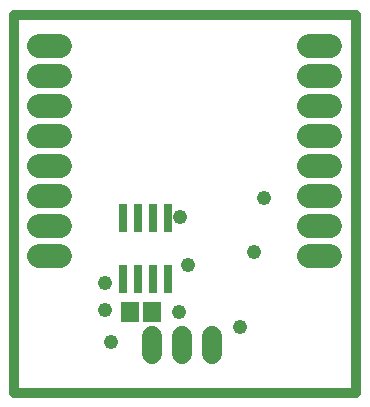
<source format=gbs>
G75*
%MOIN*%
%OFA0B0*%
%FSLAX25Y25*%
%IPPOS*%
%LPD*%
%AMOC8*
5,1,8,0,0,1.08239X$1,22.5*
%
%ADD10C,0.03200*%
%ADD11C,0.08000*%
%ADD12R,0.03162X0.09461*%
%ADD13C,0.06800*%
%ADD14R,0.05918X0.06706*%
%ADD15C,0.04762*%
D10*
X0002600Y0002600D02*
X0116773Y0002600D01*
X0116773Y0128584D01*
X0002600Y0128584D01*
X0002600Y0002600D01*
D11*
X0011000Y0048100D02*
X0018200Y0048100D01*
X0018200Y0058100D02*
X0011000Y0058100D01*
X0011000Y0068100D02*
X0018200Y0068100D01*
X0018200Y0078100D02*
X0011000Y0078100D01*
X0011000Y0088100D02*
X0018200Y0088100D01*
X0018200Y0098100D02*
X0011000Y0098100D01*
X0011000Y0108100D02*
X0018200Y0108100D01*
X0018200Y0118100D02*
X0011000Y0118100D01*
X0101000Y0118100D02*
X0108200Y0118100D01*
X0108200Y0108100D02*
X0101000Y0108100D01*
X0101000Y0098100D02*
X0108200Y0098100D01*
X0108200Y0088100D02*
X0101000Y0088100D01*
X0101000Y0078100D02*
X0108200Y0078100D01*
X0108200Y0068100D02*
X0101000Y0068100D01*
X0101000Y0058100D02*
X0108200Y0058100D01*
X0108200Y0048100D02*
X0101000Y0048100D01*
D12*
X0054100Y0040364D03*
X0049100Y0040364D03*
X0044100Y0040364D03*
X0039100Y0040364D03*
X0039100Y0060836D03*
X0044100Y0060836D03*
X0049100Y0060836D03*
X0054100Y0060836D03*
D13*
X0058600Y0021600D02*
X0058600Y0015600D01*
X0068600Y0015600D02*
X0068600Y0021600D01*
X0048600Y0021600D02*
X0048600Y0015600D01*
D14*
X0048840Y0029600D03*
X0041360Y0029600D03*
D15*
X0033100Y0030100D03*
X0033100Y0039100D03*
X0035100Y0019600D03*
X0057600Y0029600D03*
X0060600Y0045100D03*
X0058100Y0061100D03*
X0082600Y0049600D03*
X0086100Y0067600D03*
X0078100Y0024600D03*
M02*

</source>
